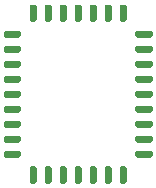
<source format=gbr>
%TF.GenerationSoftware,KiCad,Pcbnew,5.1.12-84ad8e8a86~92~ubuntu18.04.1*%
%TF.CreationDate,2023-06-24T13:51:17+02:00*%
%TF.ProjectId,EPROM-27512-GLS27SF512,4550524f-4d2d-4323-9735-31322d474c53,r2*%
%TF.SameCoordinates,Original*%
%TF.FileFunction,Paste,Top*%
%TF.FilePolarity,Positive*%
%FSLAX46Y46*%
G04 Gerber Fmt 4.6, Leading zero omitted, Abs format (unit mm)*
G04 Created by KiCad (PCBNEW 5.1.12-84ad8e8a86~92~ubuntu18.04.1) date 2023-06-24 13:51:17*
%MOMM*%
%LPD*%
G01*
G04 APERTURE LIST*
G04 APERTURE END LIST*
%TO.C,U102*%
G36*
G01*
X94289600Y-79068600D02*
X94289600Y-77893600D01*
G75*
G02*
X94439600Y-77743600I150000J0D01*
G01*
X94739600Y-77743600D01*
G75*
G02*
X94889600Y-77893600I0J-150000D01*
G01*
X94889600Y-79068600D01*
G75*
G02*
X94739600Y-79218600I-150000J0D01*
G01*
X94439600Y-79218600D01*
G75*
G02*
X94289600Y-79068600I0J150000D01*
G01*
G37*
G36*
G01*
X93019600Y-79068600D02*
X93019600Y-77893600D01*
G75*
G02*
X93169600Y-77743600I150000J0D01*
G01*
X93469600Y-77743600D01*
G75*
G02*
X93619600Y-77893600I0J-150000D01*
G01*
X93619600Y-79068600D01*
G75*
G02*
X93469600Y-79218600I-150000J0D01*
G01*
X93169600Y-79218600D01*
G75*
G02*
X93019600Y-79068600I0J150000D01*
G01*
G37*
G36*
G01*
X91749600Y-79068600D02*
X91749600Y-77893600D01*
G75*
G02*
X91899600Y-77743600I150000J0D01*
G01*
X92199600Y-77743600D01*
G75*
G02*
X92349600Y-77893600I0J-150000D01*
G01*
X92349600Y-79068600D01*
G75*
G02*
X92199600Y-79218600I-150000J0D01*
G01*
X91899600Y-79218600D01*
G75*
G02*
X91749600Y-79068600I0J150000D01*
G01*
G37*
G36*
G01*
X90479600Y-79068600D02*
X90479600Y-77893600D01*
G75*
G02*
X90629600Y-77743600I150000J0D01*
G01*
X90929600Y-77743600D01*
G75*
G02*
X91079600Y-77893600I0J-150000D01*
G01*
X91079600Y-79068600D01*
G75*
G02*
X90929600Y-79218600I-150000J0D01*
G01*
X90629600Y-79218600D01*
G75*
G02*
X90479600Y-79068600I0J150000D01*
G01*
G37*
G36*
G01*
X88289600Y-80388600D02*
X88289600Y-80088600D01*
G75*
G02*
X88439600Y-79938600I150000J0D01*
G01*
X89614600Y-79938600D01*
G75*
G02*
X89764600Y-80088600I0J-150000D01*
G01*
X89764600Y-80388600D01*
G75*
G02*
X89614600Y-80538600I-150000J0D01*
G01*
X88439600Y-80538600D01*
G75*
G02*
X88289600Y-80388600I0J150000D01*
G01*
G37*
G36*
G01*
X88289600Y-81658600D02*
X88289600Y-81358600D01*
G75*
G02*
X88439600Y-81208600I150000J0D01*
G01*
X89614600Y-81208600D01*
G75*
G02*
X89764600Y-81358600I0J-150000D01*
G01*
X89764600Y-81658600D01*
G75*
G02*
X89614600Y-81808600I-150000J0D01*
G01*
X88439600Y-81808600D01*
G75*
G02*
X88289600Y-81658600I0J150000D01*
G01*
G37*
G36*
G01*
X88289600Y-82928600D02*
X88289600Y-82628600D01*
G75*
G02*
X88439600Y-82478600I150000J0D01*
G01*
X89614600Y-82478600D01*
G75*
G02*
X89764600Y-82628600I0J-150000D01*
G01*
X89764600Y-82928600D01*
G75*
G02*
X89614600Y-83078600I-150000J0D01*
G01*
X88439600Y-83078600D01*
G75*
G02*
X88289600Y-82928600I0J150000D01*
G01*
G37*
G36*
G01*
X88289600Y-84198600D02*
X88289600Y-83898600D01*
G75*
G02*
X88439600Y-83748600I150000J0D01*
G01*
X89614600Y-83748600D01*
G75*
G02*
X89764600Y-83898600I0J-150000D01*
G01*
X89764600Y-84198600D01*
G75*
G02*
X89614600Y-84348600I-150000J0D01*
G01*
X88439600Y-84348600D01*
G75*
G02*
X88289600Y-84198600I0J150000D01*
G01*
G37*
G36*
G01*
X88289600Y-85468600D02*
X88289600Y-85168600D01*
G75*
G02*
X88439600Y-85018600I150000J0D01*
G01*
X89614600Y-85018600D01*
G75*
G02*
X89764600Y-85168600I0J-150000D01*
G01*
X89764600Y-85468600D01*
G75*
G02*
X89614600Y-85618600I-150000J0D01*
G01*
X88439600Y-85618600D01*
G75*
G02*
X88289600Y-85468600I0J150000D01*
G01*
G37*
G36*
G01*
X88289600Y-86738600D02*
X88289600Y-86438600D01*
G75*
G02*
X88439600Y-86288600I150000J0D01*
G01*
X89614600Y-86288600D01*
G75*
G02*
X89764600Y-86438600I0J-150000D01*
G01*
X89764600Y-86738600D01*
G75*
G02*
X89614600Y-86888600I-150000J0D01*
G01*
X88439600Y-86888600D01*
G75*
G02*
X88289600Y-86738600I0J150000D01*
G01*
G37*
G36*
G01*
X88289600Y-88008600D02*
X88289600Y-87708600D01*
G75*
G02*
X88439600Y-87558600I150000J0D01*
G01*
X89614600Y-87558600D01*
G75*
G02*
X89764600Y-87708600I0J-150000D01*
G01*
X89764600Y-88008600D01*
G75*
G02*
X89614600Y-88158600I-150000J0D01*
G01*
X88439600Y-88158600D01*
G75*
G02*
X88289600Y-88008600I0J150000D01*
G01*
G37*
G36*
G01*
X88289600Y-89278600D02*
X88289600Y-88978600D01*
G75*
G02*
X88439600Y-88828600I150000J0D01*
G01*
X89614600Y-88828600D01*
G75*
G02*
X89764600Y-88978600I0J-150000D01*
G01*
X89764600Y-89278600D01*
G75*
G02*
X89614600Y-89428600I-150000J0D01*
G01*
X88439600Y-89428600D01*
G75*
G02*
X88289600Y-89278600I0J150000D01*
G01*
G37*
G36*
G01*
X88289600Y-90548600D02*
X88289600Y-90248600D01*
G75*
G02*
X88439600Y-90098600I150000J0D01*
G01*
X89614600Y-90098600D01*
G75*
G02*
X89764600Y-90248600I0J-150000D01*
G01*
X89764600Y-90548600D01*
G75*
G02*
X89614600Y-90698600I-150000J0D01*
G01*
X88439600Y-90698600D01*
G75*
G02*
X88289600Y-90548600I0J150000D01*
G01*
G37*
G36*
G01*
X90479600Y-92743600D02*
X90479600Y-91568600D01*
G75*
G02*
X90629600Y-91418600I150000J0D01*
G01*
X90929600Y-91418600D01*
G75*
G02*
X91079600Y-91568600I0J-150000D01*
G01*
X91079600Y-92743600D01*
G75*
G02*
X90929600Y-92893600I-150000J0D01*
G01*
X90629600Y-92893600D01*
G75*
G02*
X90479600Y-92743600I0J150000D01*
G01*
G37*
G36*
G01*
X91749600Y-92743600D02*
X91749600Y-91568600D01*
G75*
G02*
X91899600Y-91418600I150000J0D01*
G01*
X92199600Y-91418600D01*
G75*
G02*
X92349600Y-91568600I0J-150000D01*
G01*
X92349600Y-92743600D01*
G75*
G02*
X92199600Y-92893600I-150000J0D01*
G01*
X91899600Y-92893600D01*
G75*
G02*
X91749600Y-92743600I0J150000D01*
G01*
G37*
G36*
G01*
X93019600Y-92743600D02*
X93019600Y-91568600D01*
G75*
G02*
X93169600Y-91418600I150000J0D01*
G01*
X93469600Y-91418600D01*
G75*
G02*
X93619600Y-91568600I0J-150000D01*
G01*
X93619600Y-92743600D01*
G75*
G02*
X93469600Y-92893600I-150000J0D01*
G01*
X93169600Y-92893600D01*
G75*
G02*
X93019600Y-92743600I0J150000D01*
G01*
G37*
G36*
G01*
X94289600Y-92743600D02*
X94289600Y-91568600D01*
G75*
G02*
X94439600Y-91418600I150000J0D01*
G01*
X94739600Y-91418600D01*
G75*
G02*
X94889600Y-91568600I0J-150000D01*
G01*
X94889600Y-92743600D01*
G75*
G02*
X94739600Y-92893600I-150000J0D01*
G01*
X94439600Y-92893600D01*
G75*
G02*
X94289600Y-92743600I0J150000D01*
G01*
G37*
G36*
G01*
X95559600Y-92743600D02*
X95559600Y-91568600D01*
G75*
G02*
X95709600Y-91418600I150000J0D01*
G01*
X96009600Y-91418600D01*
G75*
G02*
X96159600Y-91568600I0J-150000D01*
G01*
X96159600Y-92743600D01*
G75*
G02*
X96009600Y-92893600I-150000J0D01*
G01*
X95709600Y-92893600D01*
G75*
G02*
X95559600Y-92743600I0J150000D01*
G01*
G37*
G36*
G01*
X96829600Y-92743600D02*
X96829600Y-91568600D01*
G75*
G02*
X96979600Y-91418600I150000J0D01*
G01*
X97279600Y-91418600D01*
G75*
G02*
X97429600Y-91568600I0J-150000D01*
G01*
X97429600Y-92743600D01*
G75*
G02*
X97279600Y-92893600I-150000J0D01*
G01*
X96979600Y-92893600D01*
G75*
G02*
X96829600Y-92743600I0J150000D01*
G01*
G37*
G36*
G01*
X98099600Y-92743600D02*
X98099600Y-91568600D01*
G75*
G02*
X98249600Y-91418600I150000J0D01*
G01*
X98549600Y-91418600D01*
G75*
G02*
X98699600Y-91568600I0J-150000D01*
G01*
X98699600Y-92743600D01*
G75*
G02*
X98549600Y-92893600I-150000J0D01*
G01*
X98249600Y-92893600D01*
G75*
G02*
X98099600Y-92743600I0J150000D01*
G01*
G37*
G36*
G01*
X99414600Y-90548600D02*
X99414600Y-90248600D01*
G75*
G02*
X99564600Y-90098600I150000J0D01*
G01*
X100739600Y-90098600D01*
G75*
G02*
X100889600Y-90248600I0J-150000D01*
G01*
X100889600Y-90548600D01*
G75*
G02*
X100739600Y-90698600I-150000J0D01*
G01*
X99564600Y-90698600D01*
G75*
G02*
X99414600Y-90548600I0J150000D01*
G01*
G37*
G36*
G01*
X99414600Y-89278600D02*
X99414600Y-88978600D01*
G75*
G02*
X99564600Y-88828600I150000J0D01*
G01*
X100739600Y-88828600D01*
G75*
G02*
X100889600Y-88978600I0J-150000D01*
G01*
X100889600Y-89278600D01*
G75*
G02*
X100739600Y-89428600I-150000J0D01*
G01*
X99564600Y-89428600D01*
G75*
G02*
X99414600Y-89278600I0J150000D01*
G01*
G37*
G36*
G01*
X99414600Y-88008600D02*
X99414600Y-87708600D01*
G75*
G02*
X99564600Y-87558600I150000J0D01*
G01*
X100739600Y-87558600D01*
G75*
G02*
X100889600Y-87708600I0J-150000D01*
G01*
X100889600Y-88008600D01*
G75*
G02*
X100739600Y-88158600I-150000J0D01*
G01*
X99564600Y-88158600D01*
G75*
G02*
X99414600Y-88008600I0J150000D01*
G01*
G37*
G36*
G01*
X99414600Y-86738600D02*
X99414600Y-86438600D01*
G75*
G02*
X99564600Y-86288600I150000J0D01*
G01*
X100739600Y-86288600D01*
G75*
G02*
X100889600Y-86438600I0J-150000D01*
G01*
X100889600Y-86738600D01*
G75*
G02*
X100739600Y-86888600I-150000J0D01*
G01*
X99564600Y-86888600D01*
G75*
G02*
X99414600Y-86738600I0J150000D01*
G01*
G37*
G36*
G01*
X99414600Y-85468600D02*
X99414600Y-85168600D01*
G75*
G02*
X99564600Y-85018600I150000J0D01*
G01*
X100739600Y-85018600D01*
G75*
G02*
X100889600Y-85168600I0J-150000D01*
G01*
X100889600Y-85468600D01*
G75*
G02*
X100739600Y-85618600I-150000J0D01*
G01*
X99564600Y-85618600D01*
G75*
G02*
X99414600Y-85468600I0J150000D01*
G01*
G37*
G36*
G01*
X99414600Y-84198600D02*
X99414600Y-83898600D01*
G75*
G02*
X99564600Y-83748600I150000J0D01*
G01*
X100739600Y-83748600D01*
G75*
G02*
X100889600Y-83898600I0J-150000D01*
G01*
X100889600Y-84198600D01*
G75*
G02*
X100739600Y-84348600I-150000J0D01*
G01*
X99564600Y-84348600D01*
G75*
G02*
X99414600Y-84198600I0J150000D01*
G01*
G37*
G36*
G01*
X99414600Y-82928600D02*
X99414600Y-82628600D01*
G75*
G02*
X99564600Y-82478600I150000J0D01*
G01*
X100739600Y-82478600D01*
G75*
G02*
X100889600Y-82628600I0J-150000D01*
G01*
X100889600Y-82928600D01*
G75*
G02*
X100739600Y-83078600I-150000J0D01*
G01*
X99564600Y-83078600D01*
G75*
G02*
X99414600Y-82928600I0J150000D01*
G01*
G37*
G36*
G01*
X99414600Y-81658600D02*
X99414600Y-81358600D01*
G75*
G02*
X99564600Y-81208600I150000J0D01*
G01*
X100739600Y-81208600D01*
G75*
G02*
X100889600Y-81358600I0J-150000D01*
G01*
X100889600Y-81658600D01*
G75*
G02*
X100739600Y-81808600I-150000J0D01*
G01*
X99564600Y-81808600D01*
G75*
G02*
X99414600Y-81658600I0J150000D01*
G01*
G37*
G36*
G01*
X99414600Y-80388600D02*
X99414600Y-80088600D01*
G75*
G02*
X99564600Y-79938600I150000J0D01*
G01*
X100739600Y-79938600D01*
G75*
G02*
X100889600Y-80088600I0J-150000D01*
G01*
X100889600Y-80388600D01*
G75*
G02*
X100739600Y-80538600I-150000J0D01*
G01*
X99564600Y-80538600D01*
G75*
G02*
X99414600Y-80388600I0J150000D01*
G01*
G37*
G36*
G01*
X98099600Y-79068600D02*
X98099600Y-77893600D01*
G75*
G02*
X98249600Y-77743600I150000J0D01*
G01*
X98549600Y-77743600D01*
G75*
G02*
X98699600Y-77893600I0J-150000D01*
G01*
X98699600Y-79068600D01*
G75*
G02*
X98549600Y-79218600I-150000J0D01*
G01*
X98249600Y-79218600D01*
G75*
G02*
X98099600Y-79068600I0J150000D01*
G01*
G37*
G36*
G01*
X96829600Y-79068600D02*
X96829600Y-77893600D01*
G75*
G02*
X96979600Y-77743600I150000J0D01*
G01*
X97279600Y-77743600D01*
G75*
G02*
X97429600Y-77893600I0J-150000D01*
G01*
X97429600Y-79068600D01*
G75*
G02*
X97279600Y-79218600I-150000J0D01*
G01*
X96979600Y-79218600D01*
G75*
G02*
X96829600Y-79068600I0J150000D01*
G01*
G37*
G36*
G01*
X95559600Y-79068600D02*
X95559600Y-77893600D01*
G75*
G02*
X95709600Y-77743600I150000J0D01*
G01*
X96009600Y-77743600D01*
G75*
G02*
X96159600Y-77893600I0J-150000D01*
G01*
X96159600Y-79068600D01*
G75*
G02*
X96009600Y-79218600I-150000J0D01*
G01*
X95709600Y-79218600D01*
G75*
G02*
X95559600Y-79068600I0J150000D01*
G01*
G37*
%TD*%
M02*

</source>
